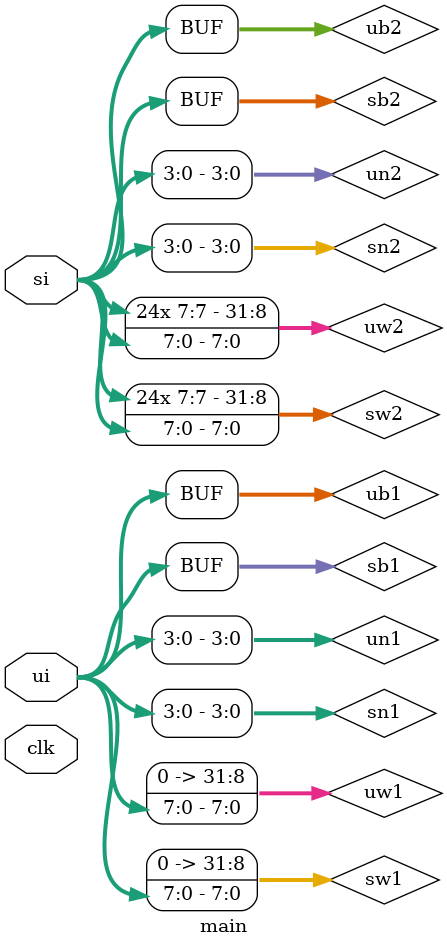
<source format=sv>
module main(input clk, input signed [7:0] si, input unsigned [7:0] ui);

  // enlarge
  wire signed [31:0] sw1 = ui;   // unsigned 8 to signed 32
  wire signed [31:0] sw2 = si;   // signed 8 to signed 32
  wire unsigned [31:0] uw1 = ui; // unsigned 8 to unsigned 32
  wire unsigned [31:0] uw2 = si; // signed 8 to unsigned 32

  // shrink
  wire signed [3:0] sn1 = ui;   // unsigned 8 to signed 4
  wire signed [3:0] sn2 = si;   // signed 8 to signed 4
  wire unsigned [3:0] un1 = ui; // unsigned 8 to unsigned 4
  wire unsigned [3:0] un2 = si; // signed 8 to unsigned 4

  // same size
  wire signed [7:0] sb1 = ui;   // unsigned 8 to signed 8
  wire signed [7:0] sb2 = si;   // signed 8 to signed 8
  wire unsigned [7:0] ub1 = ui; // unsigned 8 to unsigned 8
  wire unsigned [7:0] ub2 = si; // signed 8 to unsigned 8

endmodule

</source>
